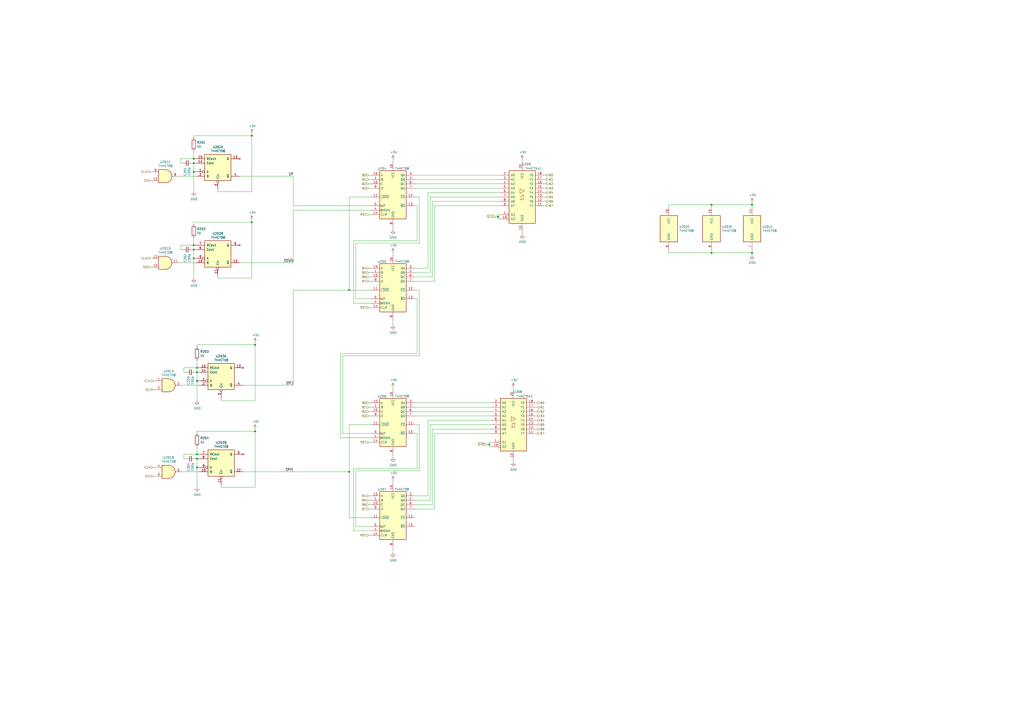
<source format=kicad_sch>
(kicad_sch (version 20211123) (generator eeschema)
  (paper "A2")
  (lib_symbols
    (symbol "74xx:74AHCT123" (pin_names (offset 1.016))
      (property "Reference" "U" (at -7.62 8.89 0))
      (property "Value" "74AHCT123" (at -7.62 -8.89 0))
      (symbol "74AHCT123_1_0"
        (pin input inverted (at -12.7 -2.54 0) (length 5.08) (name "A") (number "1"))
        (pin output line (at 12.7 5.08 180) (length 5.08) (name "Q") (number "13"))
        (pin input line (at -12.7 2.54 0) (length 5.08) (name "Cext") (number "14"))
        (pin input line (at -12.7 5.08 0) (length 5.08) (name "RCext") (number "15"))
        (pin input line (at -12.7 -5.08 0) (length 5.08) (name "B") (number "2"))
        (pin input inverted (at 0 -12.7 90) (length 5.08) (name "Clr") (number "3"))
        (pin output line (at 12.7 -5.08 180) (length 5.08) (name "~{Q}") (number "4"))
      )
      (symbol "74AHCT123_1_1"
        (rectangle (start -7.62 7.62) (end 7.62 -7.62) (stroke (width 0.254)) (fill (type background)))
      )
      (symbol "74AHCT123_2_0"
        (pin input line (at -12.7 -5.08 0) (length 5.08) (name "B") (number "10"))
        (pin input inverted (at 0 -12.7 90) (length 5.08) (name "Clr") (number "11"))
        (pin output line (at 12.7 -5.08 180) (length 5.08) (name "~{Q}") (number "12"))
        (pin output line (at 12.7 5.08 180) (length 5.08) (name "Q") (number "5"))
        (pin input line (at -12.7 2.54 0) (length 5.08) (name "Cext") (number "6"))
        (pin input line (at -12.7 5.08 0) (length 5.08) (name "RCext") (number "7"))
        (pin input inverted (at -12.7 -2.54 0) (length 5.08) (name "A") (number "9"))
      )
      (symbol "74AHCT123_2_1"
        (rectangle (start -7.62 7.62) (end 7.62 -7.62) (stroke (width 0.254)) (fill (type background)))
      )
      (symbol "74AHCT123_3_0"
        (pin power_in line (at 0 12.7 270) (length 5.08) (name "VCC") (number "16"))
        (pin power_in line (at 0 -12.7 90) (length 5.08) (name "GND") (number "8"))
      )
      (symbol "74AHCT123_3_1"
        (rectangle (start -5.08 7.62) (end 5.08 -7.62) (stroke (width 0.254)) (fill (type background)))
      )
    )
    (symbol "74xx:74HCT541" (pin_names (offset 1.016))
      (property "Reference" "U" (at -7.62 16.51 0))
      (property "Value" "74HCT541" (at -7.62 -16.51 0))
      (symbol "74HCT541_1_0"
        (polyline (pts (xy -0.635 -1.6002) (xy -0.635 0.9398) (xy 0.635 0.9398)))
        (polyline (pts (xy -1.27 -1.6002) (xy 0.635 -1.6002) (xy 0.635 0.9398) (xy 1.27 0.9398)))
        (polyline (pts (xy 1.27 3.4798) (xy -1.27 4.7498) (xy -1.27 2.2098) (xy 1.27 3.4798)) (stroke (width 0.1524)))
        (pin input inverted (at -12.7 -10.16 0) (length 5.08) (name "G1") (number "1"))
        (pin power_in line (at 0 -20.32 90) (length 5.08) (name "GND") (number "10"))
        (pin tri_state line (at 12.7 -5.08 180) (length 5.08) (name "Y7") (number "11"))
        (pin tri_state line (at 12.7 -2.54 180) (length 5.08) (name "Y6") (number "12"))
        (pin tri_state line (at 12.7 0 180) (length 5.08) (name "Y5") (number "13"))
        (pin tri_state line (at 12.7 2.54 180) (length 5.08) (name "Y4") (number "14"))
        (pin tri_state line (at 12.7 5.08 180) (length 5.08) (name "Y3") (number "15"))
        (pin tri_state line (at 12.7 7.62 180) (length 5.08) (name "Y2") (number "16"))
        (pin tri_state line (at 12.7 10.16 180) (length 5.08) (name "Y1") (number "17"))
        (pin tri_state line (at 12.7 12.7 180) (length 5.08) (name "Y0") (number "18"))
        (pin input inverted (at -12.7 -12.7 0) (length 5.08) (name "G2") (number "19"))
        (pin input line (at -12.7 12.7 0) (length 5.08) (name "A0") (number "2"))
        (pin power_in line (at 0 20.32 270) (length 5.08) (name "VCC") (number "20"))
        (pin input line (at -12.7 10.16 0) (length 5.08) (name "A1") (number "3"))
        (pin input line (at -12.7 7.62 0) (length 5.08) (name "A2") (number "4"))
        (pin input line (at -12.7 5.08 0) (length 5.08) (name "A3") (number "5"))
        (pin input line (at -12.7 2.54 0) (length 5.08) (name "A4") (number "6"))
        (pin input line (at -12.7 0 0) (length 5.08) (name "A5") (number "7"))
        (pin input line (at -12.7 -2.54 0) (length 5.08) (name "A6") (number "8"))
        (pin input line (at -12.7 -5.08 0) (length 5.08) (name "A7") (number "9"))
      )
      (symbol "74HCT541_1_1"
        (rectangle (start -7.62 15.24) (end 7.62 -15.24) (stroke (width 0.254)) (fill (type background)))
      )
    )
    (symbol "74xx:74LS08" (pin_names (offset 1.016))
      (property "Reference" "U" (at 0 1.27 0))
      (property "Value" "74LS08" (at 0 -1.27 0))
      (symbol "74LS08_1_1"
        (arc (start 0 -3.81) (mid 3.81 0) (end 0 3.81) (stroke (width 0.254)) (fill (type background)))
        (polyline (pts (xy 0 3.81) (xy -3.81 3.81) (xy -3.81 -3.81) (xy 0 -3.81)) (stroke (width 0.254)) (fill (type background)))
        (pin input line (at -7.62 2.54 0) (length 3.81) (name "~") (number "1"))
        (pin input line (at -7.62 -2.54 0) (length 3.81) (name "~") (number "2"))
        (pin output line (at 7.62 0 180) (length 3.81) (name "~") (number "3"))
      )
      (symbol "74LS08_1_2"
        (arc (start -3.81 -3.81) (mid -2.589 0) (end -3.81 3.81) (stroke (width 0.254)))
        (arc (start -0.6096 -3.81) (mid 2.1855 -2.584) (end 3.81 0) (stroke (width 0.254)) (fill (type background)))
        (polyline (pts (xy -3.81 -3.81) (xy -0.635 -3.81)) (stroke (width 0.254)) (fill (type background)))
        (polyline (pts (xy -3.81 3.81) (xy -0.635 3.81)) (stroke (width 0.254)) (fill (type background)))
        (polyline (pts (xy -0.635 3.81) (xy -3.81 3.81) (xy -3.81 3.81) (xy -3.556 3.4036) (xy -3.0226 2.2606) (xy -2.6924 1.0414) (xy -2.6162 -0.254) (xy -2.7686 -1.4986) (xy -3.175 -2.7178) (xy -3.81 -3.81) (xy -3.81 -3.81) (xy -0.635 -3.81)) (stroke (width -25.4)) (fill (type background)))
        (arc (start 3.81 0) (mid 2.1928 2.5925) (end -0.6096 3.81) (stroke (width 0.254)) (fill (type background)))
        (pin input inverted (at -7.62 2.54 0) (length 4.318) (name "~") (number "1"))
        (pin input inverted (at -7.62 -2.54 0) (length 4.318) (name "~") (number "2"))
        (pin output inverted (at 7.62 0 180) (length 3.81) (name "~") (number "3"))
      )
      (symbol "74LS08_2_1"
        (arc (start 0 -3.81) (mid 3.81 0) (end 0 3.81) (stroke (width 0.254)) (fill (type background)))
        (polyline (pts (xy 0 3.81) (xy -3.81 3.81) (xy -3.81 -3.81) (xy 0 -3.81)) (stroke (width 0.254)) (fill (type background)))
        (pin input line (at -7.62 2.54 0) (length 3.81) (name "~") (number "4"))
        (pin input line (at -7.62 -2.54 0) (length 3.81) (name "~") (number "5"))
        (pin output line (at 7.62 0 180) (length 3.81) (name "~") (number "6"))
      )
      (symbol "74LS08_2_2"
        (arc (start -3.81 -3.81) (mid -2.589 0) (end -3.81 3.81) (stroke (width 0.254)))
        (arc (start -0.6096 -3.81) (mid 2.1855 -2.584) (end 3.81 0) (stroke (width 0.254)) (fill (type background)))
        (polyline (pts (xy -3.81 -3.81) (xy -0.635 -3.81)) (stroke (width 0.254)) (fill (type background)))
        (polyline (pts (xy -3.81 3.81) (xy -0.635 3.81)) (stroke (width 0.254)) (fill (type background)))
        (polyline (pts (xy -0.635 3.81) (xy -3.81 3.81) (xy -3.81 3.81) (xy -3.556 3.4036) (xy -3.0226 2.2606) (xy -2.6924 1.0414) (xy -2.6162 -0.254) (xy -2.7686 -1.4986) (xy -3.175 -2.7178) (xy -3.81 -3.81) (xy -3.81 -3.81) (xy -0.635 -3.81)) (stroke (width -25.4)) (fill (type background)))
        (arc (start 3.81 0) (mid 2.1928 2.5925) (end -0.6096 3.81) (stroke (width 0.254)) (fill (type background)))
        (pin input inverted (at -7.62 2.54 0) (length 4.318) (name "~") (number "4"))
        (pin input inverted (at -7.62 -2.54 0) (length 4.318) (name "~") (number "5"))
        (pin output inverted (at 7.62 0 180) (length 3.81) (name "~") (number "6"))
      )
      (symbol "74LS08_3_1"
        (arc (start 0 -3.81) (mid 3.81 0) (end 0 3.81) (stroke (width 0.254)) (fill (type background)))
        (polyline (pts (xy 0 3.81) (xy -3.81 3.81) (xy -3.81 -3.81) (xy 0 -3.81)) (stroke (width 0.254)) (fill (type background)))
        (pin input line (at -7.62 -2.54 0) (length 3.81) (name "~") (number "10"))
        (pin output line (at 7.62 0 180) (length 3.81) (name "~") (number "8"))
        (pin input line (at -7.62 2.54 0) (length 3.81) (name "~") (number "9"))
      )
      (symbol "74LS08_3_2"
        (arc (start -3.81 -3.81) (mid -2.589 0) (end -3.81 3.81) (stroke (width 0.254)))
        (arc (start -0.6096 -3.81) (mid 2.1855 -2.584) (end 3.81 0) (stroke (width 0.254)) (fill (type background)))
        (polyline (pts (xy -3.81 -3.81) (xy -0.635 -3.81)) (stroke (width 0.254)) (fill (type background)))
        (polyline (pts (xy -3.81 3.81) (xy -0.635 3.81)) (stroke (width 0.254)) (fill (type background)))
        (polyline (pts (xy -0.635 3.81) (xy -3.81 3.81) (xy -3.81 3.81) (xy -3.556 3.4036) (xy -3.0226 2.2606) (xy -2.6924 1.0414) (xy -2.6162 -0.254) (xy -2.7686 -1.4986) (xy -3.175 -2.7178) (xy -3.81 -3.81) (xy -3.81 -3.81) (xy -0.635 -3.81)) (stroke (width -25.4)) (fill (type background)))
        (arc (start 3.81 0) (mid 2.1928 2.5925) (end -0.6096 3.81) (stroke (width 0.254)) (fill (type background)))
        (pin input inverted (at -7.62 -2.54 0) (length 4.318) (name "~") (number "10"))
        (pin output inverted (at 7.62 0 180) (length 3.81) (name "~") (number "8"))
        (pin input inverted (at -7.62 2.54 0) (length 4.318) (name "~") (number "9"))
      )
      (symbol "74LS08_4_1"
        (arc (start 0 -3.81) (mid 3.81 0) (end 0 3.81) (stroke (width 0.254)) (fill (type background)))
        (polyline (pts (xy 0 3.81) (xy -3.81 3.81) (xy -3.81 -3.81) (xy 0 -3.81)) (stroke (width 0.254)) (fill (type background)))
        (pin output line (at 7.62 0 180) (length 3.81) (name "~") (number "11"))
        (pin input line (at -7.62 2.54 0) (length 3.81) (name "~") (number "12"))
        (pin input line (at -7.62 -2.54 0) (length 3.81) (name "~") (number "13"))
      )
      (symbol "74LS08_4_2"
        (arc (start -3.81 -3.81) (mid -2.589 0) (end -3.81 3.81) (stroke (width 0.254)))
        (arc (start -0.6096 -3.81) (mid 2.1855 -2.584) (end 3.81 0) (stroke (width 0.254)) (fill (type background)))
        (polyline (pts (xy -3.81 -3.81) (xy -0.635 -3.81)) (stroke (width 0.254)) (fill (type background)))
        (polyline (pts (xy -3.81 3.81) (xy -0.635 3.81)) (stroke (width 0.254)) (fill (type background)))
        (polyline (pts (xy -0.635 3.81) (xy -3.81 3.81) (xy -3.81 3.81) (xy -3.556 3.4036) (xy -3.0226 2.2606) (xy -2.6924 1.0414) (xy -2.6162 -0.254) (xy -2.7686 -1.4986) (xy -3.175 -2.7178) (xy -3.81 -3.81) (xy -3.81 -3.81) (xy -0.635 -3.81)) (stroke (width -25.4)) (fill (type background)))
        (arc (start 3.81 0) (mid 2.1928 2.5925) (end -0.6096 3.81) (stroke (width 0.254)) (fill (type background)))
        (pin output inverted (at 7.62 0 180) (length 3.81) (name "~") (number "11"))
        (pin input inverted (at -7.62 2.54 0) (length 4.318) (name "~") (number "12"))
        (pin input inverted (at -7.62 -2.54 0) (length 4.318) (name "~") (number "13"))
      )
      (symbol "74LS08_5_0"
        (pin power_in line (at 0 12.7 270) (length 5.08) (name "VCC") (number "14"))
        (pin power_in line (at 0 -12.7 90) (length 5.08) (name "GND") (number "7"))
      )
      (symbol "74LS08_5_1"
        (rectangle (start -5.08 7.62) (end 5.08 -7.62) (stroke (width 0.254)) (fill (type background)))
      )
    )
    (symbol "74xx:74LS193"
      (property "Reference" "U" (at -7.62 13.97 0))
      (property "Value" "74LS193" (at 5.08 13.97 0))
      (symbol "74LS193_1_0"
        (pin input line (at -12.7 7.62 0) (length 5.08) (name "B") (number "1"))
        (pin input line (at -12.7 5.08 0) (length 5.08) (name "C") (number "10"))
        (pin input line (at -12.7 -2.54 0) (length 5.08) (name "~{LOAD}") (number "11"))
        (pin output line (at 12.7 -2.54 180) (length 5.08) (name "~{CO}") (number "12"))
        (pin output line (at 12.7 -7.62 180) (length 5.08) (name "~{BO}") (number "13"))
        (pin input line (at -12.7 -12.7 0) (length 5.08) (name "CLR") (number "14"))
        (pin input line (at -12.7 10.16 0) (length 5.08) (name "A") (number "15"))
        (pin power_in line (at 0 17.78 270) (length 5.08) (name "VCC") (number "16"))
        (pin output line (at 12.7 7.62 180) (length 5.08) (name "QB") (number "2"))
        (pin output line (at 12.7 10.16 180) (length 5.08) (name "QA") (number "3"))
        (pin input clock (at -12.7 -10.16 0) (length 5.08) (name "DOWN") (number "4"))
        (pin input clock (at -12.7 -7.62 0) (length 5.08) (name "UP") (number "5"))
        (pin output line (at 12.7 5.08 180) (length 5.08) (name "QC") (number "6"))
        (pin output line (at 12.7 2.54 180) (length 5.08) (name "QD") (number "7"))
        (pin power_in line (at 0 -20.32 90) (length 5.08) (name "GND") (number "8"))
        (pin input line (at -12.7 2.54 0) (length 5.08) (name "D") (number "9"))
      )
      (symbol "74LS193_1_1"
        (rectangle (start -7.62 12.7) (end 7.62 -15.24) (stroke (width 0.254)) (fill (type background)))
      )
    )
    (symbol "Breadboard_CPU-rescue:GND-power" (power) (pin_names (offset 0))
      (property "Value" "GND-power" (at 0 -3.81 0))
      (symbol "GND-power_0_1"
        (polyline (pts (xy 0 0) (xy 0 -1.27) (xy 1.27 -1.27) (xy 0 -2.54) (xy -1.27 -1.27) (xy 0 -1.27)))
      )
      (symbol "GND-power_1_1"
        (pin power_in line (at 0 0 270) (length 0) hide (name "GND") (number "1"))
      )
    )
    (symbol "Device:C_Small" (pin_numbers hide) (pin_names (offset 0.254) hide)
      (property "Reference" "C" (at 0.254 1.778 0))
      (property "Value" "C_Small" (at 0.254 -2.032 0))
      (symbol "C_Small_0_1"
        (polyline (pts (xy -1.524 -0.508) (xy 1.524 -0.508)) (stroke (width 0.3302)))
        (polyline (pts (xy -1.524 0.508) (xy 1.524 0.508)) (stroke (width 0.3048)))
      )
      (symbol "C_Small_1_1"
        (pin passive line (at 0 2.54 270) (length 2.032) (name "~") (number "1"))
        (pin passive line (at 0 -2.54 90) (length 2.032) (name "~") (number "2"))
      )
    )
    (symbol "Device:R" (pin_numbers hide) (pin_names (offset 0))
      (property "Reference" "R" (at 2.032 0 90))
      (property "Value" "R" (at 0 0 90))
      (symbol "R_0_1"
        (rectangle (start -1.016 -2.54) (end 1.016 2.54) (stroke (width 0.254)))
      )
      (symbol "R_1_1"
        (pin passive line (at 0 3.81 270) (length 1.27) (name "~") (number "1"))
        (pin passive line (at 0 -3.81 90) (length 1.27) (name "~") (number "2"))
      )
    )
    (symbol "power:+5V" (power) (pin_names (offset 0))
      (property "Value" "+5V" (at 0 3.556 0))
      (symbol "+5V_0_1"
        (polyline (pts (xy -0.762 1.27) (xy 0 2.54)))
        (polyline (pts (xy 0 0) (xy 0 2.54)))
        (polyline (pts (xy 0 2.54) (xy 0.762 1.27)))
      )
      (symbol "+5V_1_1"
        (pin power_in line (at 0 0 90) (length 0) hide (name "+5V") (number "1"))
      )
    )
    (symbol "power:GND" (power) (pin_names (offset 0))
      (property "Value" "GND" (at 0 -3.81 0))
      (symbol "GND_0_1"
        (polyline (pts (xy 0 0) (xy 0 -1.27) (xy 1.27 -1.27) (xy 0 -2.54) (xy -1.27 -1.27) (xy 0 -1.27)))
      )
      (symbol "GND_1_1"
        (pin power_in line (at 0 0 270) (length 0) hide (name "GND") (number "1"))
      )
    )
  )
  (junction (at 114.3 213.36))
  (junction (at 147.955 200.025))
  (junction (at 112.395 144.78))
  (junction (at 146.05 78.74))
  (junction (at 283.845 257.81))
  (junction (at 112.395 99.695))
  (junction (at 202.565 273.685))
  (junction (at 112.395 149.86))
  (junction (at 412.75 118.745))
  (junction (at 202.565 168.275))
  (junction (at 412.75 146.685))
  (junction (at 436.245 118.745))
  (junction (at 147.955 250.19))
  (junction (at 114.3 263.525))
  (junction (at 114.3 266.065))
  (junction (at 436.245 146.685))
  (junction (at 112.395 94.615))
  (junction (at 114.3 271.145))
  (junction (at 114.3 220.98))
  (junction (at 112.395 92.075))
  (junction (at 146.05 128.905))
  (junction (at 114.3 215.9))
  (junction (at 288.925 125.73))
  (junction (at 112.395 142.24))
  (no_connect (at 140.97 263.525))
  (no_connect (at 139.065 142.24))
  (no_connect (at 139.065 92.075))
  (no_connect (at 140.97 213.36))
  (wire (pts (xy 240.665 246.38) (xy 243.205 246.38)))
  (wire (pts (xy 249.555 290.195) (xy 240.665 290.195)))
  (wire (pts (xy 213.995 310.515) (xy 215.265 310.515)))
  (wire (pts (xy 241.935 251.46) (xy 240.665 251.46)))
  (wire (pts (xy 227.965 278.765) (xy 227.965 280.035)))
  (wire (pts (xy 113.665 99.695) (xy 112.395 99.695)))
  (wire (pts (xy 202.565 246.38) (xy 215.265 246.38)))
  (wire (pts (xy 240.665 101.6) (xy 290.195 101.6)))
  (wire (pts (xy 114.3 251.46) (xy 114.3 250.19)))
  (wire (pts (xy 88.9 226.06) (xy 90.17 226.06)))
  (wire (pts (xy 243.205 168.275) (xy 243.205 206.375)))
  (wire (pts (xy 311.785 246.38) (xy 310.515 246.38)))
  (wire (pts (xy 285.115 256.54) (xy 283.845 256.54)))
  (wire (pts (xy 213.995 104.14) (xy 215.265 104.14)))
  (wire (pts (xy 114.3 250.19) (xy 147.955 250.19)))
  (wire (pts (xy 205.105 139.7) (xy 205.105 175.895)))
  (wire (pts (xy 285.115 251.46) (xy 252.095 251.46)))
  (wire (pts (xy 170.18 121.92) (xy 215.265 121.92)))
  (wire (pts (xy 213.995 158.115) (xy 215.265 158.115)))
  (wire (pts (xy 112.395 99.695) (xy 112.395 94.615)))
  (wire (pts (xy 206.375 173.355) (xy 215.265 173.355)))
  (wire (pts (xy 387.985 118.745) (xy 412.75 118.745)))
  (wire (pts (xy 310.515 241.3) (xy 311.785 241.3)))
  (wire (pts (xy 128.27 282.575) (xy 147.955 282.575)))
  (wire (pts (xy 198.755 251.46) (xy 215.265 251.46)))
  (wire (pts (xy 241.935 119.38) (xy 241.935 139.7)))
  (wire (pts (xy 282.575 257.81) (xy 283.845 257.81)))
  (wire (pts (xy 202.565 114.3) (xy 202.565 168.275)))
  (wire (pts (xy 248.285 287.655) (xy 248.285 243.84)))
  (wire (pts (xy 140.97 273.685) (xy 202.565 273.685)))
  (wire (pts (xy 106.68 213.36) (xy 114.3 213.36)))
  (wire (pts (xy 240.665 106.68) (xy 290.195 106.68)))
  (wire (pts (xy 206.375 140.97) (xy 243.205 140.97)))
  (wire (pts (xy 202.565 300.355) (xy 215.265 300.355)))
  (wire (pts (xy 227.965 224.79) (xy 227.965 226.06)))
  (wire (pts (xy 241.935 271.78) (xy 241.935 251.46)))
  (wire (pts (xy 213.995 155.575) (xy 215.265 155.575)))
  (wire (pts (xy 112.395 149.86) (xy 112.395 144.78)))
  (wire (pts (xy 106.68 266.065) (xy 106.68 263.525)))
  (wire (pts (xy 285.115 246.38) (xy 249.555 246.38)))
  (wire (pts (xy 240.665 292.735) (xy 250.825 292.735)))
  (wire (pts (xy 139.065 152.4) (xy 170.18 152.4)))
  (wire (pts (xy 114.3 215.9) (xy 115.57 215.9)))
  (wire (pts (xy 205.105 271.78) (xy 205.105 307.975)))
  (wire (pts (xy 252.095 163.195) (xy 240.665 163.195)))
  (wire (pts (xy 202.565 246.38) (xy 202.565 273.685)))
  (wire (pts (xy 147.955 200.025) (xy 147.955 232.41)))
  (wire (pts (xy 213.995 238.76) (xy 215.265 238.76)))
  (wire (pts (xy 436.245 118.745) (xy 436.245 120.015)))
  (wire (pts (xy 227.965 133.35) (xy 227.965 132.08)))
  (wire (pts (xy 103.505 152.4) (xy 113.665 152.4)))
  (wire (pts (xy 146.05 161.29) (xy 126.365 161.29)))
  (wire (pts (xy 240.665 287.655) (xy 248.285 287.655)))
  (wire (pts (xy 147.955 250.19) (xy 147.955 282.575)))
  (wire (pts (xy 436.245 146.685) (xy 436.245 147.955)))
  (wire (pts (xy 310.515 236.22) (xy 311.785 236.22)))
  (wire (pts (xy 316.865 114.3) (xy 315.595 114.3)))
  (wire (pts (xy 202.565 273.685) (xy 202.565 300.355)))
  (wire (pts (xy 170.18 102.235) (xy 170.18 119.38)))
  (wire (pts (xy 106.045 94.615) (xy 104.775 94.615)))
  (wire (pts (xy 240.665 236.22) (xy 285.115 236.22)))
  (wire (pts (xy 311.785 233.68) (xy 310.515 233.68)))
  (wire (pts (xy 436.245 118.745) (xy 436.245 117.475)))
  (wire (pts (xy 103.505 102.235) (xy 113.665 102.235)))
  (wire (pts (xy 88.9 276.225) (xy 90.17 276.225)))
  (wire (pts (xy 128.27 282.575) (xy 128.27 281.305)))
  (wire (pts (xy 213.995 101.6) (xy 215.265 101.6)))
  (wire (pts (xy 240.665 119.38) (xy 241.935 119.38)))
  (wire (pts (xy 114.3 201.295) (xy 114.3 200.025)))
  (wire (pts (xy 170.18 119.38) (xy 215.265 119.38)))
  (wire (pts (xy 86.995 154.94) (xy 88.265 154.94)))
  (wire (pts (xy 112.395 99.695) (xy 112.395 111.125)))
  (wire (pts (xy 213.995 233.68) (xy 215.265 233.68)))
  (wire (pts (xy 206.375 273.05) (xy 243.205 273.05)))
  (wire (pts (xy 202.565 114.3) (xy 215.265 114.3)))
  (wire (pts (xy 241.935 271.78) (xy 205.105 271.78)))
  (wire (pts (xy 213.995 109.22) (xy 215.265 109.22)))
  (wire (pts (xy 114.3 259.08) (xy 114.3 263.525)))
  (wire (pts (xy 88.9 271.145) (xy 90.17 271.145)))
  (wire (pts (xy 316.865 116.84) (xy 315.595 116.84)))
  (wire (pts (xy 227.965 318.135) (xy 227.965 320.675)))
  (wire (pts (xy 316.865 111.76) (xy 315.595 111.76)))
  (wire (pts (xy 412.75 146.685) (xy 436.245 146.685)))
  (wire (pts (xy 227.965 146.685) (xy 227.965 147.955)))
  (wire (pts (xy 146.05 127.635) (xy 146.05 128.905)))
  (wire (pts (xy 387.985 145.415) (xy 387.985 146.685)))
  (wire (pts (xy 170.18 223.52) (xy 170.18 168.275)))
  (wire (pts (xy 213.995 163.195) (xy 215.265 163.195)))
  (wire (pts (xy 170.18 168.275) (xy 202.565 168.275)))
  (wire (pts (xy 146.05 77.47) (xy 146.05 78.74)))
  (wire (pts (xy 243.205 246.38) (xy 243.205 273.05)))
  (wire (pts (xy 197.485 205.105) (xy 241.935 205.105)))
  (wire (pts (xy 213.995 295.275) (xy 215.265 295.275)))
  (wire (pts (xy 213.995 178.435) (xy 215.265 178.435)))
  (wire (pts (xy 241.935 173.355) (xy 240.665 173.355)))
  (wire (pts (xy 128.27 232.41) (xy 128.27 231.14)))
  (wire (pts (xy 240.665 238.76) (xy 285.115 238.76)))
  (wire (pts (xy 311.785 248.92) (xy 310.515 248.92)))
  (wire (pts (xy 297.815 224.79) (xy 297.815 226.06)))
  (wire (pts (xy 213.995 241.3) (xy 215.265 241.3)))
  (wire (pts (xy 114.3 220.98) (xy 114.3 215.9)))
  (wire (pts (xy 114.3 266.065) (xy 115.57 266.065)))
  (wire (pts (xy 114.3 220.98) (xy 114.3 232.41)))
  (wire (pts (xy 115.57 271.145) (xy 114.3 271.145)))
  (wire (pts (xy 206.375 173.355) (xy 206.375 140.97)))
  (wire (pts (xy 240.665 104.14) (xy 290.195 104.14)))
  (wire (pts (xy 290.195 114.3) (xy 249.555 114.3)))
  (wire (pts (xy 146.05 111.125) (xy 126.365 111.125)))
  (wire (pts (xy 311.785 251.46) (xy 310.515 251.46)))
  (wire (pts (xy 107.95 266.065) (xy 106.68 266.065)))
  (wire (pts (xy 111.125 144.78) (xy 112.395 144.78)))
  (wire (pts (xy 114.3 271.145) (xy 114.3 266.065)))
  (wire (pts (xy 240.665 109.22) (xy 290.195 109.22)))
  (wire (pts (xy 240.665 168.275) (xy 243.205 168.275)))
  (wire (pts (xy 387.985 146.685) (xy 412.75 146.685)))
  (wire (pts (xy 249.555 114.3) (xy 249.555 158.115)))
  (wire (pts (xy 243.205 206.375) (xy 198.755 206.375)))
  (wire (pts (xy 240.665 233.68) (xy 285.115 233.68)))
  (wire (pts (xy 248.285 111.76) (xy 290.195 111.76)))
  (wire (pts (xy 412.75 118.745) (xy 436.245 118.745)))
  (wire (pts (xy 105.41 273.685) (xy 115.57 273.685)))
  (wire (pts (xy 302.895 134.62) (xy 302.895 135.89)))
  (wire (pts (xy 315.595 104.14) (xy 316.865 104.14)))
  (wire (pts (xy 252.095 251.46) (xy 252.095 295.275)))
  (wire (pts (xy 213.995 124.46) (xy 215.265 124.46)))
  (wire (pts (xy 146.05 78.74) (xy 146.05 111.125)))
  (wire (pts (xy 86.995 104.775) (xy 88.265 104.775)))
  (wire (pts (xy 213.995 287.655) (xy 215.265 287.655)))
  (wire (pts (xy 315.595 109.22) (xy 316.865 109.22)))
  (wire (pts (xy 205.105 307.975) (xy 215.265 307.975)))
  (wire (pts (xy 112.395 92.075) (xy 113.665 92.075)))
  (wire (pts (xy 106.68 263.525) (xy 114.3 263.525)))
  (wire (pts (xy 249.555 246.38) (xy 249.555 290.195)))
  (wire (pts (xy 283.845 257.81) (xy 283.845 259.08)))
  (wire (pts (xy 113.03 215.9) (xy 114.3 215.9)))
  (wire (pts (xy 140.97 223.52) (xy 170.18 223.52)))
  (wire (pts (xy 114.3 200.025) (xy 147.955 200.025)))
  (wire (pts (xy 315.595 106.68) (xy 316.865 106.68)))
  (wire (pts (xy 215.265 254) (xy 197.485 254)))
  (wire (pts (xy 104.775 144.78) (xy 104.775 142.24)))
  (wire (pts (xy 250.825 248.92) (xy 285.115 248.92)))
  (wire (pts (xy 205.105 175.895) (xy 215.265 175.895)))
  (wire (pts (xy 302.895 92.71) (xy 302.895 93.98)))
  (wire (pts (xy 112.395 87.63) (xy 112.395 92.075)))
  (wire (pts (xy 248.285 155.575) (xy 248.285 111.76)))
  (wire (pts (xy 206.375 305.435) (xy 206.375 273.05)))
  (wire (pts (xy 104.775 92.075) (xy 112.395 92.075)))
  (wire (pts (xy 288.925 125.73) (xy 288.925 127)))
  (wire (pts (xy 412.75 120.015) (xy 412.75 118.745)))
  (wire (pts (xy 170.18 152.4) (xy 170.18 121.92)))
  (wire (pts (xy 250.825 292.735) (xy 250.825 248.92)))
  (wire (pts (xy 213.995 290.195) (xy 215.265 290.195)))
  (wire (pts (xy 198.755 206.375) (xy 198.755 251.46)))
  (wire (pts (xy 250.825 160.655) (xy 250.825 116.84)))
  (wire (pts (xy 147.955 232.41) (xy 128.27 232.41)))
  (wire (pts (xy 250.825 116.84) (xy 290.195 116.84)))
  (wire (pts (xy 287.655 125.73) (xy 288.925 125.73)))
  (wire (pts (xy 213.995 106.68) (xy 215.265 106.68)))
  (wire (pts (xy 213.995 292.735) (xy 215.265 292.735)))
  (wire (pts (xy 288.925 127) (xy 290.195 127)))
  (wire (pts (xy 283.845 259.08) (xy 285.115 259.08)))
  (wire (pts (xy 215.265 305.435) (xy 206.375 305.435)))
  (wire (pts (xy 139.065 102.235) (xy 170.18 102.235)))
  (wire (pts (xy 288.925 124.46) (xy 288.925 125.73)))
  (wire (pts (xy 104.775 142.24) (xy 112.395 142.24)))
  (wire (pts (xy 213.995 160.655) (xy 215.265 160.655)))
  (wire (pts (xy 283.845 256.54) (xy 283.845 257.81)))
  (wire (pts (xy 106.68 215.9) (xy 106.68 213.36)))
  (wire (pts (xy 249.555 158.115) (xy 240.665 158.115)))
  (wire (pts (xy 227.965 265.43) (xy 227.965 264.16)))
  (wire (pts (xy 86.995 149.86) (xy 88.265 149.86)))
  (wire (pts (xy 252.095 295.275) (xy 240.665 295.275)))
  (wire (pts (xy 197.485 254) (xy 197.485 205.105)))
  (wire (pts (xy 241.935 139.7) (xy 205.105 139.7)))
  (wire (pts (xy 240.665 155.575) (xy 248.285 155.575)))
  (wire (pts (xy 227.965 186.055) (xy 227.965 188.595)))
  (wire (pts (xy 290.195 119.38) (xy 252.095 119.38)))
  (wire (pts (xy 114.3 208.915) (xy 114.3 213.36)))
  (wire (pts (xy 316.865 119.38) (xy 315.595 119.38)))
  (wire (pts (xy 112.395 78.74) (xy 146.05 78.74)))
  (wire (pts (xy 248.285 243.84) (xy 285.115 243.84)))
  (wire (pts (xy 412.75 145.415) (xy 412.75 146.685)))
  (wire (pts (xy 126.365 111.125) (xy 126.365 109.855)))
  (wire (pts (xy 114.3 263.525) (xy 115.57 263.525)))
  (wire (pts (xy 104.775 94.615) (xy 104.775 92.075)))
  (wire (pts (xy 86.995 99.695) (xy 88.265 99.695)))
  (wire (pts (xy 113.665 149.86) (xy 112.395 149.86)))
  (wire (pts (xy 112.395 144.78) (xy 113.665 144.78)))
  (wire (pts (xy 106.045 144.78) (xy 104.775 144.78)))
  (wire (pts (xy 112.395 128.905) (xy 146.05 128.905)))
  (wire (pts (xy 243.205 140.97) (xy 243.205 114.3)))
  (wire (pts (xy 147.955 248.92) (xy 147.955 250.19)))
  (wire (pts (xy 88.9 220.98) (xy 90.17 220.98)))
  (wire (pts (xy 243.205 114.3) (xy 240.665 114.3)))
  (wire (pts (xy 213.995 256.54) (xy 215.265 256.54)))
  (wire (pts (xy 114.3 271.145) (xy 114.3 282.575)))
  (wire (pts (xy 107.95 215.9) (xy 106.68 215.9)))
  (wire (pts (xy 297.815 266.7) (xy 297.815 267.97)))
  (wire (pts (xy 111.125 94.615) (xy 112.395 94.615)))
  (wire (pts (xy 105.41 223.52) (xy 115.57 223.52)))
  (wire (pts (xy 126.365 161.29) (xy 126.365 160.02)))
  (wire (pts (xy 436.245 146.685) (xy 436.245 145.415)))
  (wire (pts (xy 240.665 241.3) (xy 285.115 241.3)))
  (wire (pts (xy 146.05 128.905) (xy 146.05 161.29)))
  (wire (pts (xy 112.395 130.175) (xy 112.395 128.905)))
  (wire (pts (xy 114.3 213.36) (xy 115.57 213.36)))
  (wire (pts (xy 112.395 94.615) (xy 113.665 94.615)))
  (wire (pts (xy 112.395 142.24) (xy 113.665 142.24)))
  (wire (pts (xy 311.785 243.84) (xy 310.515 243.84)))
  (wire (pts (xy 112.395 137.795) (xy 112.395 142.24)))
  (wire (pts (xy 113.03 266.065) (xy 114.3 266.065)))
  (wire (pts (xy 202.565 168.275) (xy 215.265 168.275)))
  (wire (pts (xy 290.195 124.46) (xy 288.925 124.46)))
  (wire (pts (xy 252.095 119.38) (xy 252.095 163.195)))
  (wire (pts (xy 213.995 236.22) (xy 215.265 236.22)))
  (wire (pts (xy 112.395 80.01) (xy 112.395 78.74)))
  (wire (pts (xy 227.965 92.71) (xy 227.965 93.98)))
  (wire (pts (xy 115.57 220.98) (xy 114.3 220.98)))
  (wire (pts (xy 147.955 198.755) (xy 147.955 200.025)))
  (wire (pts (xy 316.865 101.6) (xy 315.595 101.6)))
  (wire (pts (xy 112.395 149.86) (xy 112.395 161.29)))
  (wire (pts (xy 387.985 120.015) (xy 387.985 118.745)))
  (wire (pts (xy 240.665 160.655) (xy 250.825 160.655)))
  (wire (pts (xy 310.515 238.76) (xy 311.785 238.76)))
  (wire (pts (xy 241.935 205.105) (xy 241.935 173.355)))
  (label "~{UP}" (at 170.18 102.235 180))
  (label "~{DOWN}" (at 170.18 152.4 180))
  (label "~{SPLI}" (at 170.18 223.52 180))
  (label "~{SPHI}" (at 170.18 273.685 180))
  (hierarchical_label "B5" (shape input) (at 213.995 290.195 180))
  (hierarchical_label "B4" (shape output) (at 311.785 243.84 0))
  (hierarchical_label "B6" (shape output) (at 316.865 116.84 0))
  (hierarchical_label "RST" (shape input) (at 213.995 256.54 180))
  (hierarchical_label "CLK" (shape input) (at 88.9 271.145 180))
  (hierarchical_label "~{SHO}" (shape input) (at 282.575 257.81 180))
  (hierarchical_label "B4" (shape input) (at 213.995 155.575 180))
  (hierarchical_label "B4" (shape input) (at 213.995 287.655 180))
  (hierarchical_label "RST" (shape input) (at 213.995 178.435 180))
  (hierarchical_label "CLK" (shape input) (at 86.995 149.86 180))
  (hierarchical_label "RST" (shape input) (at 213.995 124.46 180))
  (hierarchical_label "SD" (shape input) (at 86.995 154.94 180))
  (hierarchical_label "B2" (shape output) (at 316.865 106.68 0))
  (hierarchical_label "CLK" (shape input) (at 86.995 99.695 180))
  (hierarchical_label "B3" (shape output) (at 311.785 241.3 0))
  (hierarchical_label "SLI" (shape input) (at 88.9 226.06 180))
  (hierarchical_label "SHI" (shape input) (at 88.9 276.225 180))
  (hierarchical_label "RST" (shape input) (at 213.995 310.515 180))
  (hierarchical_label "B7" (shape output) (at 311.785 251.46 0))
  (hierarchical_label "B7" (shape input) (at 213.995 295.275 180))
  (hierarchical_label "B4" (shape output) (at 316.865 111.76 0))
  (hierarchical_label "B6" (shape output) (at 311.785 248.92 0))
  (hierarchical_label "B7" (shape input) (at 213.995 163.195 180))
  (hierarchical_label "B5" (shape output) (at 311.785 246.38 0))
  (hierarchical_label "~{SLO}" (shape input) (at 287.655 125.73 180))
  (hierarchical_label "B0" (shape output) (at 316.865 101.6 0))
  (hierarchical_label "B1" (shape output) (at 311.785 236.22 0))
  (hierarchical_label "B1" (shape input) (at 213.995 104.14 180))
  (hierarchical_label "B0" (shape input) (at 213.995 101.6 180))
  (hierarchical_label "CLK" (shape input) (at 88.9 220.98 180))
  (hierarchical_label "B0" (shape output) (at 311.785 233.68 0))
  (hierarchical_label "B3" (shape output) (at 316.865 109.22 0))
  (hierarchical_label "B7" (shape output) (at 316.865 119.38 0))
  (hierarchical_label "B5" (shape output) (at 316.865 114.3 0))
  (hierarchical_label "B1" (shape input) (at 213.995 236.22 180))
  (hierarchical_label "B0" (shape input) (at 213.995 233.68 180))
  (hierarchical_label "B5" (shape input) (at 213.995 158.115 180))
  (hierarchical_label "SI" (shape input) (at 86.995 104.775 180))
  (hierarchical_label "B1" (shape output) (at 316.865 104.14 0))
  (hierarchical_label "B2" (shape input) (at 213.995 106.68 180))
  (hierarchical_label "B2" (shape input) (at 213.995 238.76 180))
  (hierarchical_label "B3" (shape input) (at 213.995 241.3 180))
  (hierarchical_label "B6" (shape input) (at 213.995 160.655 180))
  (hierarchical_label "B6" (shape input) (at 213.995 292.735 180))
  (hierarchical_label "B2" (shape output) (at 311.785 238.76 0))
  (hierarchical_label "B3" (shape input) (at 213.995 109.22 180))
  (symbol (lib_id "Breadboard_CPU-rescue:GND-power") (at 297.815 267.97 0) (unit 1)
    (property "Reference" "#PWR0218" (effects hide))
    (property "Value" "GND" (at 297.942 272.3642 0))
  )
  (symbol (lib_id "Breadboard_CPU-rescue:GND-power") (at 302.895 135.89 0) (unit 1)
    (property "Reference" "#PWR0220" (effects hide))
    (property "Value" "GND" (at 303.022 140.2842 0))
  )
  (symbol (lib_id "74xx:74HCT541") (at 297.815 246.38 0) (unit 1)
    (property "Reference" "U208" (at 300.355 227.33 0))
    (property "Value" "74HCT541" (at 304.165 229.87 0))
    (property "Datasheet" "http://www.ti.com/lit/gpn/sn74LS08" (effects hide))
  )
  (symbol (lib_id "74xx:74HCT541") (at 302.895 114.3 0) (unit 1)
    (property "Reference" "U209" (at 305.435 95.25 0))
    (property "Value" "74HCT541" (at 309.245 97.79 0))
    (property "Datasheet" "http://www.ti.com/lit/gpn/sn74LS08" (effects hide))
  )
  (symbol (lib_id "Breadboard_CPU-rescue:GND-power") (at 227.965 320.675 0) (unit 1)
    (property "Reference" "#PWR0216" (effects hide))
    (property "Value" "GND" (at 228.092 325.0692 0))
  )
  (symbol (lib_id "74xx:74LS193") (at 227.965 297.815 0) (unit 1)
    (property "Reference" "U207" (at 221.615 283.845 0))
    (property "Value" "74HCT08" (at 233.045 283.845 0))
    (property "Datasheet" "http://www.ti.com/lit/gpn/sn74LS08" (effects hide))
  )
  (symbol (lib_id "Breadboard_CPU-rescue:GND-power") (at 227.965 265.43 0) (unit 1)
    (property "Reference" "#PWR0214" (effects hide))
    (property "Value" "GND" (at 228.092 269.8242 0))
  )
  (symbol (lib_id "74xx:74LS193") (at 227.965 243.84 0) (unit 1)
    (property "Reference" "U206" (at 221.615 229.87 0))
    (property "Value" "74HCT08" (at 233.045 229.87 0))
    (property "Datasheet" "http://www.ti.com/lit/gpn/sn74LS08" (effects hide))
  )
  (symbol (lib_id "74xx:74LS193") (at 227.965 165.735 0) (unit 1)
    (property "Reference" "U205" (at 221.615 151.765 0))
    (property "Value" "74HCT08" (at 233.045 151.765 0))
    (property "Datasheet" "http://www.ti.com/lit/gpn/sn74LS08" (effects hide))
  )
  (symbol (lib_id "Breadboard_CPU-rescue:GND-power") (at 227.965 133.35 0) (unit 1)
    (property "Reference" "#PWR0210" (effects hide))
    (property "Value" "GND" (at 228.092 137.7442 0))
  )
  (symbol (lib_id "74xx:74LS193") (at 227.965 111.76 0) (unit 1)
    (property "Reference" "U204" (at 221.615 97.79 0))
    (property "Value" "74HCT08" (at 233.045 97.79 0))
    (property "Datasheet" "http://www.ti.com/lit/gpn/sn74LS08" (effects hide))
  )
  (symbol (lib_id "Breadboard_CPU-rescue:GND-power") (at 227.965 188.595 0) (unit 1)
    (property "Reference" "#PWR0212" (effects hide))
    (property "Value" "GND" (at 228.092 192.9892 0))
  )
  (symbol (lib_id "74xx:74LS08") (at 97.79 223.52 0) (unit 1)
    (property "Reference" "U201" (at 97.79 215.265 0))
    (property "Value" "74HCT08" (at 97.79 217.5764 0))
    (property "Datasheet" "http://www.ti.com/lit/gpn/sn74LS08" (effects hide))
  )
  (symbol (lib_id "74xx:74LS08") (at 97.79 273.685 0) (unit 2)
    (property "Reference" "U201" (at 97.79 265.43 0))
    (property "Value" "74HCT08" (at 97.79 267.7414 0))
    (property "Datasheet" "http://www.ti.com/lit/gpn/sn74LS08" (effects hide))
  )
  (symbol (lib_id "74xx:74LS08") (at 95.885 152.4 0) (unit 4)
    (property "Reference" "U201" (at 95.885 144.145 0))
    (property "Value" "74HCT08" (at 95.885 146.4564 0))
    (property "Datasheet" "http://www.ti.com/lit/gpn/sn74LS08" (effects hide))
  )
  (symbol (lib_id "74xx:74LS08") (at 95.885 102.235 0) (unit 3)
    (property "Reference" "U201" (at 95.885 93.98 0))
    (property "Value" "74HCT08" (at 95.885 96.2914 0))
    (property "Datasheet" "http://www.ti.com/lit/gpn/sn74LS08" (effects hide))
  )
  (symbol (lib_id "power:+5V") (at 302.895 92.71 0) (unit 1)
    (property "Reference" "#PWR0219" (effects hide))
    (property "Value" "+5V" (at 303.276 88.3158 0))
  )
  (symbol (lib_id "power:+5V") (at 227.965 92.71 0) (unit 1)
    (property "Reference" "#PWR0209" (effects hide))
    (property "Value" "+5V" (at 228.346 88.3158 0))
  )
  (symbol (lib_id "power:+5V") (at 227.965 146.685 0) (unit 1)
    (property "Reference" "#PWR0211" (effects hide))
    (property "Value" "+5V" (at 228.346 142.2908 0))
  )
  (symbol (lib_id "power:+5V") (at 227.965 224.79 0) (unit 1)
    (property "Reference" "#PWR0213" (effects hide))
    (property "Value" "+5V" (at 228.346 220.3958 0))
  )
  (symbol (lib_id "power:+5V") (at 297.815 224.79 0) (unit 1)
    (property "Reference" "#PWR0217" (effects hide))
    (property "Value" "+5V" (at 298.196 220.3958 0))
  )
  (symbol (lib_id "power:+5V") (at 227.965 278.765 0) (unit 1)
    (property "Reference" "#PWR0215" (effects hide))
    (property "Value" "+5V" (at 228.346 274.3708 0))
  )
  (symbol (lib_id "74xx:74AHCT123") (at 126.365 97.155 0) (unit 1)
    (property "Reference" "U202" (at 126.365 85.2932 0))
    (property "Value" "74HCT08" (at 126.365 87.6046 0))
    (property "Datasheet" "http://www.ti.com/lit/gpn/sn74LS08" (effects hide))
  )
  (symbol (lib_id "74xx:74AHCT123") (at 126.365 147.32 0) (unit 2)
    (property "Reference" "U202" (at 126.365 135.4582 0))
    (property "Value" "74HCT08" (at 126.365 137.7696 0))
    (property "Datasheet" "http://www.ti.com/lit/gpn/sn74LS08" (effects hide))
  )
  (symbol (lib_id "74xx:74AHCT123") (at 387.985 132.715 0) (unit 3)
    (property "Reference" "U202" (at 393.827 131.5466 0) (effects (justify left)))
    (property "Value" "74HCT08" (at 393.827 133.858 0) (effects (justify left)))
    (property "Datasheet" "http://www.ti.com/lit/gpn/sn74LS08" (effects hide))
  )
  (symbol (lib_id "74xx:74AHCT123") (at 128.27 218.44 0) (unit 1)
    (property "Reference" "U203" (at 128.27 206.5782 0))
    (property "Value" "74HCT08" (at 128.27 208.8896 0))
    (property "Datasheet" "http://www.ti.com/lit/gpn/sn74LS08" (effects hide))
  )
  (symbol (lib_id "74xx:74AHCT123") (at 128.27 268.605 0) (unit 2)
    (property "Reference" "U203" (at 128.27 256.7432 0))
    (property "Value" "74HCT08" (at 128.27 259.0546 0))
    (property "Datasheet" "http://www.ti.com/lit/gpn/sn74LS08" (effects hide))
  )
  (symbol (lib_id "74xx:74AHCT123") (at 412.75 132.715 0) (unit 3)
    (property "Reference" "U203" (at 418.592 131.5466 0) (effects (justify left)))
    (property "Value" "74HCT08" (at 418.592 133.858 0) (effects (justify left)))
    (property "Datasheet" "http://www.ti.com/lit/gpn/sn74LS08" (effects hide))
  )
  (symbol (lib_id "Device:C_Small") (at 108.585 94.615 90) (mirror x) (unit 1)
    (property "Reference" "C201" (at 107.4166 96.9518 0) (effects (justify left)))
    (property "Value" "100p" (at 109.728 96.9518 0) (effects (justify left)))
  )
  (symbol (lib_id "Device:R") (at 112.395 83.82 0) (unit 1)
    (property "Reference" "R201" (at 114.173 82.6516 0) (effects (justify left)))
    (property "Value" "1k" (at 114.173 84.963 0) (effects (justify left)))
  )
  (symbol (lib_id "power:+5V") (at 146.05 77.47 0) (unit 1)
    (property "Reference" "#PWR0205" (effects hide))
    (property "Value" "+5V" (at 146.431 73.0758 0))
  )
  (symbol (lib_id "power:GND") (at 112.395 111.125 0) (unit 1)
    (property "Reference" "#PWR0201" (effects hide))
    (property "Value" "GND" (at 112.522 115.5192 0))
  )
  (symbol (lib_id "Device:C_Small") (at 108.585 144.78 90) (mirror x) (unit 1)
    (property "Reference" "C202" (at 107.4166 147.1168 0) (effects (justify left)))
    (property "Value" "100p" (at 109.728 147.1168 0) (effects (justify left)))
  )
  (symbol (lib_id "Device:R") (at 112.395 133.985 0) (unit 1)
    (property "Reference" "R202" (at 114.173 132.8166 0) (effects (justify left)))
    (property "Value" "1k" (at 114.173 135.128 0) (effects (justify left)))
  )
  (symbol (lib_id "power:+5V") (at 146.05 127.635 0) (unit 1)
    (property "Reference" "#PWR0206" (effects hide))
    (property "Value" "+5V" (at 146.431 123.2408 0))
  )
  (symbol (lib_id "power:GND") (at 112.395 161.29 0) (unit 1)
    (property "Reference" "#PWR0202" (effects hide))
    (property "Value" "GND" (at 112.522 165.6842 0))
  )
  (symbol (lib_id "Device:C_Small") (at 110.49 215.9 90) (mirror x) (unit 1)
    (property "Reference" "C203" (at 109.3216 218.2368 0) (effects (justify left)))
    (property "Value" "100p" (at 111.633 218.2368 0) (effects (justify left)))
  )
  (symbol (lib_id "Device:R") (at 114.3 205.105 0) (unit 1)
    (property "Reference" "R203" (at 116.078 203.9366 0) (effects (justify left)))
    (property "Value" "1k" (at 116.078 206.248 0) (effects (justify left)))
  )
  (symbol (lib_id "power:+5V") (at 147.955 198.755 0) (unit 1)
    (property "Reference" "#PWR0207" (effects hide))
    (property "Value" "+5V" (at 148.336 194.3608 0))
  )
  (symbol (lib_id "power:GND") (at 114.3 232.41 0) (unit 1)
    (property "Reference" "#PWR0203" (effects hide))
    (property "Value" "GND" (at 114.427 236.8042 0))
  )
  (symbol (lib_id "Device:C_Small") (at 110.49 266.065 90) (mirror x) (unit 1)
    (property "Reference" "C204" (at 109.3216 268.4018 0) (effects (justify left)))
    (property "Value" "100p" (at 111.633 268.4018 0) (effects (justify left)))
  )
  (symbol (lib_id "Device:R") (at 114.3 255.27 0) (unit 1)
    (property "Reference" "R204" (at 116.078 254.1016 0) (effects (justify left)))
    (property "Value" "1k" (at 116.078 256.413 0) (effects (justify left)))
  )
  (symbol (lib_id "power:+5V") (at 147.955 248.92 0) (unit 1)
    (property "Reference" "#PWR0208" (effects hide))
    (property "Value" "+5V" (at 148.336 244.5258 0))
  )
  (symbol (lib_id "power:GND") (at 114.3 282.575 0) (unit 1)
    (property "Reference" "#PWR0204" (effects hide))
    (property "Value" "GND" (at 114.427 286.9692 0))
  )
  (symbol (lib_id "74xx:74LS08") (at 436.245 132.715 0) (unit 5)
    (property "Reference" "U201" (at 442.087 131.5466 0) (effects (justify left)))
    (property "Value" "74HCT08" (at 442.087 133.858 0) (effects (justify left)))
    (property "Datasheet" "http://www.ti.com/lit/gpn/sn74LS08" (effects hide))
  )
  (symbol (lib_id "power:+5V") (at 436.245 117.475 0) (unit 1)
    (property "Reference" "#PWR0221" (effects hide))
    (property "Value" "+5V" (at 436.626 113.0808 0))
  )
  (symbol (lib_id "power:GND") (at 436.245 147.955 0) (unit 1)
    (property "Reference" "#PWR0222" (effects hide))
    (property "Value" "GND" (at 436.372 152.3492 0))
  )
)
</source>
